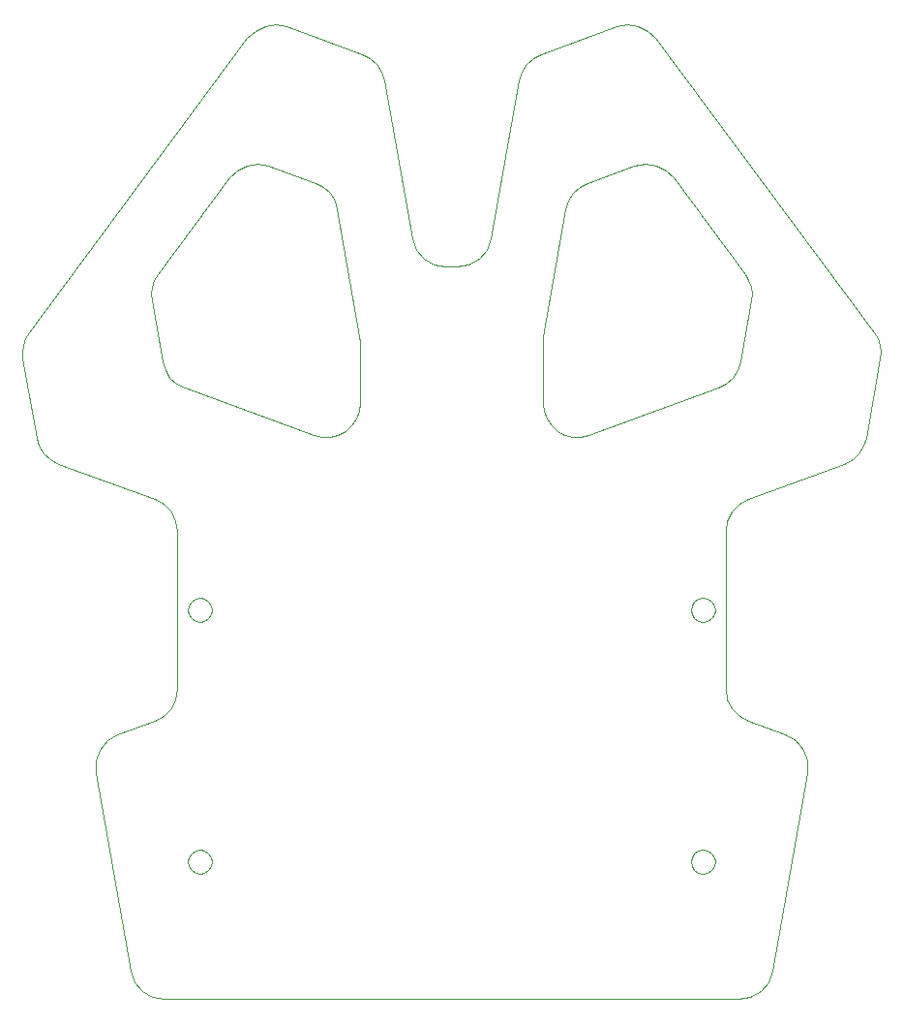
<source format=gm1>
G04 #@! TF.FileFunction,Profile,NP*
%FSLAX46Y46*%
G04 Gerber Fmt 4.6, Leading zero omitted, Abs format (unit mm)*
G04 Created by KiCad (PCBNEW 4.0.4-stable) date *
%MOMM*%
%LPD*%
G01*
G04 APERTURE LIST*
%ADD10C,0.100000*%
G04 APERTURE END LIST*
D10*
X169531019Y-76405423D02*
X169451100Y-76003600D01*
X169758660Y-76746045D02*
X169531019Y-76405423D01*
X170099261Y-76973688D02*
X169758660Y-76746045D01*
X170501100Y-77053600D02*
X170099261Y-76973688D01*
X170902944Y-76973698D02*
X170501100Y-77053600D01*
X171243530Y-76746027D02*
X170902944Y-76973698D01*
X171471196Y-76405446D02*
X171243530Y-76746027D01*
X171551100Y-76003600D02*
X171471196Y-76405446D01*
X171471196Y-75601754D02*
X171551100Y-76003600D01*
X171243530Y-75261173D02*
X171471196Y-75601754D01*
X170902944Y-75033502D02*
X171243530Y-75261173D01*
X170501100Y-74953600D02*
X170902944Y-75033502D01*
X170099261Y-75033512D02*
X170501100Y-74953600D01*
X169758660Y-75261155D02*
X170099261Y-75033512D01*
X169531019Y-75601777D02*
X169758660Y-75261155D01*
X169451100Y-76003600D02*
X169531019Y-75601777D01*
X169531019Y-98405423D02*
X169451100Y-98003600D01*
X169758660Y-98746045D02*
X169531019Y-98405423D01*
X170099261Y-98973688D02*
X169758660Y-98746045D01*
X170501100Y-99053600D02*
X170099261Y-98973688D01*
X170902944Y-98973698D02*
X170501100Y-99053600D01*
X171243530Y-98746027D02*
X170902944Y-98973698D01*
X171471196Y-98405446D02*
X171243530Y-98746027D01*
X171551100Y-98003600D02*
X171471196Y-98405446D01*
X171471196Y-97601754D02*
X171551100Y-98003600D01*
X171243530Y-97261173D02*
X171471196Y-97601754D01*
X170902944Y-97033502D02*
X171243530Y-97261173D01*
X170501100Y-96953600D02*
X170902944Y-97033502D01*
X170099261Y-97033512D02*
X170501100Y-96953600D01*
X169758660Y-97261155D02*
X170099261Y-97033512D01*
X169531019Y-97601777D02*
X169758660Y-97261155D01*
X169451100Y-98003600D02*
X169531019Y-97601777D01*
X127471181Y-75601777D02*
X127551100Y-76003600D01*
X127243540Y-75261155D02*
X127471181Y-75601777D01*
X126902939Y-75033512D02*
X127243540Y-75261155D01*
X126501100Y-74953600D02*
X126902939Y-75033512D01*
X126099256Y-75033502D02*
X126501100Y-74953600D01*
X125758670Y-75261173D02*
X126099256Y-75033502D01*
X125531004Y-75601754D02*
X125758670Y-75261173D01*
X125451100Y-76003600D02*
X125531004Y-75601754D01*
X125531004Y-76405446D02*
X125451100Y-76003600D01*
X125758670Y-76746027D02*
X125531004Y-76405446D01*
X126099256Y-76973698D02*
X125758670Y-76746027D01*
X126501100Y-77053600D02*
X126099256Y-76973698D01*
X126902939Y-76973688D02*
X126501100Y-77053600D01*
X127243540Y-76746045D02*
X126902939Y-76973688D01*
X127471181Y-76405423D02*
X127243540Y-76746045D01*
X127551100Y-76003600D02*
X127471181Y-76405423D01*
X127471181Y-97601777D02*
X127551100Y-98003600D01*
X127243540Y-97261155D02*
X127471181Y-97601777D01*
X126902939Y-97033512D02*
X127243540Y-97261155D01*
X126501100Y-96953600D02*
X126902939Y-97033512D01*
X126099256Y-97033502D02*
X126501100Y-96953600D01*
X125758670Y-97261173D02*
X126099256Y-97033502D01*
X125531004Y-97601754D02*
X125758670Y-97261173D01*
X125451100Y-98003600D02*
X125531004Y-97601754D01*
X125531004Y-98405446D02*
X125451100Y-98003600D01*
X125758670Y-98746027D02*
X125531004Y-98405446D01*
X126099256Y-98973698D02*
X125758670Y-98746027D01*
X126501100Y-99053600D02*
X126099256Y-98973698D01*
X126902939Y-98973688D02*
X126501100Y-99053600D01*
X127243540Y-98746045D02*
X126902939Y-98973688D01*
X127471181Y-98405423D02*
X127243540Y-98746045D01*
X127551100Y-98003600D02*
X127471181Y-98405423D01*
X174731705Y-48935701D02*
X173786221Y-54297810D01*
X174776036Y-48328275D02*
X174731705Y-48935701D01*
X174696772Y-47724413D02*
X174776036Y-48328275D01*
X174497185Y-47149003D02*
X174696772Y-47724413D01*
X174185496Y-46625761D02*
X174497185Y-47149003D01*
X167946530Y-38227323D02*
X174185496Y-46625761D01*
X167260945Y-37560188D02*
X167946530Y-38227323D01*
X166400202Y-37142807D02*
X167260945Y-37560188D01*
X165451835Y-37017560D02*
X166400202Y-37142807D01*
X164512255Y-37197241D02*
X165451835Y-37017560D01*
X160424558Y-38685041D02*
X164512255Y-37197241D01*
X159729888Y-39046662D02*
X160424558Y-38685041D01*
X159152488Y-39575759D02*
X159729888Y-39046662D01*
X158731694Y-40236263D02*
X159152488Y-39575759D01*
X158496195Y-40983175D02*
X158731694Y-40236263D01*
X156546677Y-52039442D02*
X158496195Y-40983175D01*
X156501100Y-52560387D02*
X156546677Y-52039442D01*
X156501100Y-57900902D02*
X156501100Y-52560387D01*
X156587073Y-58613960D02*
X156501100Y-57900902D01*
X156840071Y-59286146D02*
X156587073Y-58613960D01*
X157245577Y-59878941D02*
X156840071Y-59286146D01*
X157780371Y-60358358D02*
X157245577Y-59878941D01*
X158413786Y-60696929D02*
X157780371Y-60358358D01*
X159109522Y-60875233D02*
X158413786Y-60696929D01*
X159827701Y-60883072D02*
X159109522Y-60875233D01*
X160527160Y-60719980D02*
X159827701Y-60883072D01*
X171857858Y-56595943D02*
X160527160Y-60719980D01*
X172552528Y-56234323D02*
X171857858Y-56595943D01*
X173129928Y-55705225D02*
X172552528Y-56234323D01*
X173550722Y-55044721D02*
X173129928Y-55705225D01*
X173786221Y-54297810D02*
X173550722Y-55044721D01*
X138506005Y-40983175D02*
X140455523Y-52039442D01*
X138270506Y-40236263D02*
X138506005Y-40983175D01*
X137849712Y-39575759D02*
X138270506Y-40236263D01*
X137272312Y-39046662D02*
X137849712Y-39575759D01*
X136577642Y-38685041D02*
X137272312Y-39046662D01*
X132489945Y-37197241D02*
X136577642Y-38685041D01*
X131550365Y-37017560D02*
X132489945Y-37197241D01*
X130601998Y-37142807D02*
X131550365Y-37017560D01*
X129741255Y-37560188D02*
X130601998Y-37142807D01*
X129055670Y-38227323D02*
X129741255Y-37560188D01*
X122816704Y-46625761D02*
X129055670Y-38227323D01*
X122505015Y-47149003D02*
X122816704Y-46625761D01*
X122305428Y-47724413D02*
X122505015Y-47149003D01*
X122226164Y-48328275D02*
X122305428Y-47724413D01*
X122270495Y-48935701D02*
X122226164Y-48328275D01*
X123215979Y-54297810D02*
X122270495Y-48935701D01*
X123451478Y-55044721D02*
X123215979Y-54297810D01*
X123872272Y-55705225D02*
X123451478Y-55044721D01*
X124449672Y-56234323D02*
X123872272Y-55705225D01*
X125144342Y-56595943D02*
X124449672Y-56234323D01*
X136475040Y-60719980D02*
X125144342Y-56595943D01*
X137174499Y-60883072D02*
X136475040Y-60719980D01*
X137892678Y-60875233D02*
X137174499Y-60883072D01*
X138588414Y-60696929D02*
X137892678Y-60875233D01*
X139221829Y-60358358D02*
X138588414Y-60696929D01*
X139756623Y-59878941D02*
X139221829Y-60358358D01*
X140162129Y-59286146D02*
X139756623Y-59878941D01*
X140415127Y-58613960D02*
X140162129Y-59286146D01*
X140501100Y-57900902D02*
X140415127Y-58613960D01*
X140501100Y-52560387D02*
X140501100Y-57900902D01*
X140455523Y-52039442D02*
X140501100Y-52560387D01*
X117368070Y-89196070D02*
X117368078Y-90237963D01*
X117724446Y-88217030D02*
X117368070Y-89196070D01*
X118394131Y-87418880D02*
X117724446Y-88217030D01*
X119296441Y-86897941D02*
X118394131Y-87418880D01*
X122527160Y-85722055D02*
X119296441Y-86897941D01*
X123327388Y-85283040D02*
X122527160Y-85722055D01*
X123958547Y-84623701D02*
X123327388Y-85283040D01*
X124362255Y-83805097D02*
X123958547Y-84623701D01*
X124501100Y-82902977D02*
X124362255Y-83805097D01*
X124501100Y-69104223D02*
X124501100Y-82902977D01*
X124362255Y-68202103D02*
X124501100Y-69104223D01*
X123958547Y-67383499D02*
X124362255Y-68202103D01*
X123327388Y-66724160D02*
X123958547Y-67383499D01*
X122527160Y-66285145D02*
X123327388Y-66724160D01*
X114128695Y-63228353D02*
X122527160Y-66285145D01*
X113434025Y-62866733D02*
X114128695Y-63228353D01*
X112856626Y-62337636D02*
X113434025Y-62866733D01*
X112435831Y-61677131D02*
X112856626Y-62337636D01*
X112200333Y-60930220D02*
X112435831Y-61677131D01*
X110989014Y-54060489D02*
X112200333Y-60930220D01*
X110944683Y-53453062D02*
X110989014Y-54060489D01*
X111023947Y-52849201D02*
X110944683Y-53453062D01*
X111223534Y-52273791D02*
X111023947Y-52849201D01*
X111535223Y-51750549D02*
X111223534Y-52273791D01*
X130639570Y-26033682D02*
X111535223Y-51750549D01*
X131325154Y-25366547D02*
X130639570Y-26033682D01*
X132185898Y-24949166D02*
X131325154Y-25366547D01*
X133134264Y-24823919D02*
X132185898Y-24949166D01*
X134073844Y-25003600D02*
X133134264Y-24823919D01*
X140681884Y-27408730D02*
X134073844Y-25003600D01*
X141376554Y-27770350D02*
X140681884Y-27408730D01*
X141953954Y-28299447D02*
X141376554Y-27770350D01*
X142374748Y-28959952D02*
X141953954Y-28299447D01*
X142610247Y-29706863D02*
X142374748Y-28959952D01*
X145046677Y-43524545D02*
X142610247Y-29706863D01*
X145403017Y-44503607D02*
X145046677Y-43524545D01*
X146072752Y-45301715D02*
X145403017Y-44503607D01*
X146975034Y-45822686D02*
X146072752Y-45301715D01*
X148001100Y-46003600D02*
X146975034Y-45822686D01*
X149001100Y-46003600D02*
X148001100Y-46003600D01*
X150027166Y-45822686D02*
X149001100Y-46003600D01*
X150929448Y-45301715D02*
X150027166Y-45822686D01*
X151599183Y-44503607D02*
X150929448Y-45301715D01*
X151955523Y-43524545D02*
X151599183Y-44503607D01*
X154391953Y-29706863D02*
X151955523Y-43524545D01*
X154627452Y-28959952D02*
X154391953Y-29706863D01*
X155048246Y-28299447D02*
X154627452Y-28959952D01*
X155625646Y-27770350D02*
X155048246Y-28299447D01*
X156320316Y-27408730D02*
X155625646Y-27770350D01*
X162928356Y-25003600D02*
X156320316Y-27408730D01*
X163867936Y-24823919D02*
X162928356Y-25003600D01*
X164816302Y-24949166D02*
X163867936Y-24823919D01*
X165677046Y-25366547D02*
X164816302Y-24949166D01*
X166362630Y-26033682D02*
X165677046Y-25366547D01*
X185466977Y-51750549D02*
X166362630Y-26033682D01*
X185778666Y-52273791D02*
X185466977Y-51750549D01*
X185978253Y-52849201D02*
X185778666Y-52273791D01*
X186057517Y-53453062D02*
X185978253Y-52849201D01*
X186013186Y-54060489D02*
X186057517Y-53453062D01*
X184801867Y-60930220D02*
X186013186Y-54060489D01*
X184566369Y-61677131D02*
X184801867Y-60930220D01*
X184145574Y-62337636D02*
X184566369Y-61677131D01*
X183568175Y-62866733D02*
X184145574Y-62337636D01*
X182873505Y-63228353D02*
X183568175Y-62866733D01*
X174475040Y-66285145D02*
X182873505Y-63228353D01*
X173674812Y-66724160D02*
X174475040Y-66285145D01*
X173043653Y-67383499D02*
X173674812Y-66724160D01*
X172639945Y-68202103D02*
X173043653Y-67383499D01*
X172501100Y-69104223D02*
X172639945Y-68202103D01*
X172501100Y-82902977D02*
X172501100Y-69104223D01*
X172639945Y-83805097D02*
X172501100Y-82902977D01*
X173043653Y-84623701D02*
X172639945Y-83805097D01*
X173674812Y-85283040D02*
X173043653Y-84623701D01*
X174475040Y-85722055D02*
X173674812Y-85283040D01*
X177705759Y-86897941D02*
X174475040Y-85722055D01*
X178608069Y-87418880D02*
X177705759Y-86897941D01*
X179277754Y-88217030D02*
X178608069Y-87418880D01*
X179634130Y-89196070D02*
X179277754Y-88217030D01*
X179634122Y-90237963D02*
X179634130Y-89196070D01*
X176586031Y-107524545D02*
X179634122Y-90237963D01*
X176229690Y-108503607D02*
X176586031Y-107524545D01*
X175559955Y-109301715D02*
X176229690Y-108503607D01*
X174657674Y-109822686D02*
X175559955Y-109301715D01*
X173631608Y-110003600D02*
X174657674Y-109822686D01*
X123370592Y-110003600D02*
X173631608Y-110003600D01*
X122344526Y-109822686D02*
X123370592Y-110003600D01*
X121442245Y-109301715D02*
X122344526Y-109822686D01*
X120772510Y-108503607D02*
X121442245Y-109301715D01*
X120416169Y-107524545D02*
X120772510Y-108503607D01*
X117368078Y-90237963D02*
X120416169Y-107524545D01*
M02*

</source>
